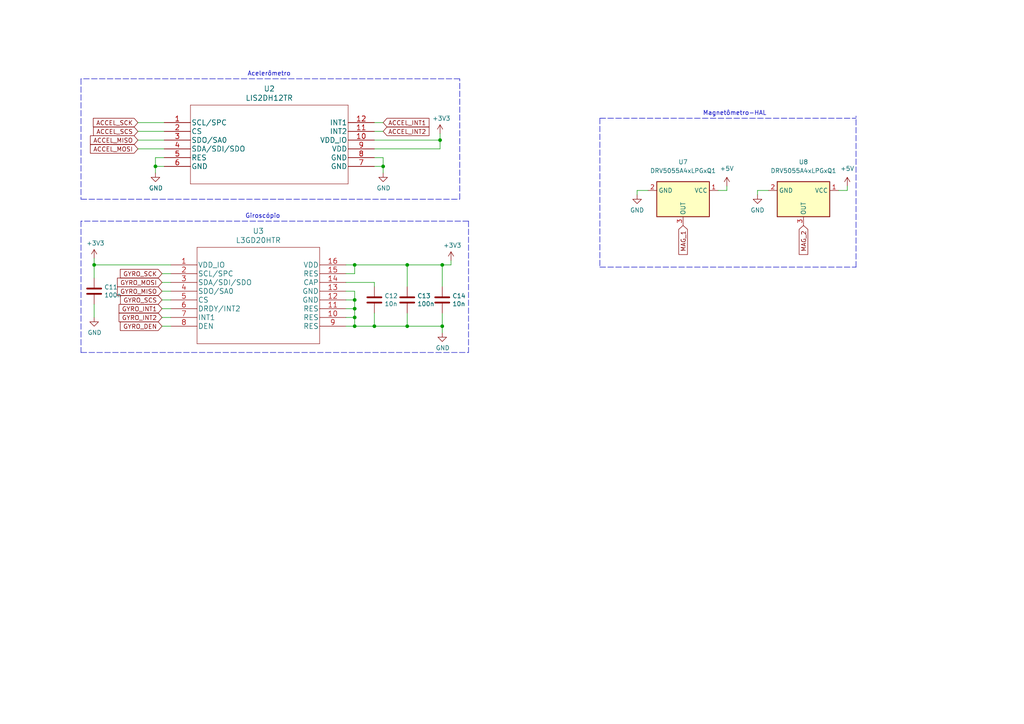
<source format=kicad_sch>
(kicad_sch (version 20211123) (generator eeschema)
  (paper "A4")
  (title_block (title "Sensors") (date "2021-10-13") (rev "1"))
  (lib_symbols
    (symbol "Device:C" (pin_numbers hide) (pin_names (offset 0.254))
      (property "Reference" "C" (at 0.635 2.54 0))
      (property "Value" "C" (at 0.635 -2.54 0))
      (symbol "C_0_1"
        (polyline (pts (xy -2.032 -0.762) (xy 2.032 -0.762)) (stroke (width 0.508)))
        (polyline (pts (xy -2.032 0.762) (xy 2.032 0.762)) (stroke (width 0.508)))
      )
      (symbol "C_1_1"
        (pin passive line (at 0 3.81 270) (length 2.794) (name "~") (number "1"))
        (pin passive line (at 0 -3.81 90) (length 2.794) (name "~") (number "2"))
      )
    )
    (symbol "Sensor_Magnetic:DRV5055A4xLPGxQ1"
      (property "Reference" "U" (at 5.08 12.7 0))
      (property "Value" "DRV5055A4xLPGxQ1" (at 7.62 10.16 0))
      (symbol "DRV5055A4xLPGxQ1_1_1"
        (rectangle (start -5.08 7.62) (end 5.08 -7.62) (stroke (width 0.254)) (fill (type background)))
        (pin power_in line (at -2.54 10.16 270) (length 2.54) (name "VCC") (number "1"))
        (pin power_in line (at -2.54 -10.16 90) (length 2.54) (name "GND") (number "2"))
        (pin output line (at 7.62 0 180) (length 2.54) (name "OUT") (number "3"))
      )
    )
    (symbol "accel:LIS2DH12TR" (pin_names (offset 0.254))
      (property "Reference" "U" (at 30.48 10.16 0))
      (property "Value" "LIS2DH12TR" (at 30.48 7.62 0))
      (symbol "LIS2DH12TR_1_1"
        (polyline (pts (xy 7.62 -17.78) (xy 53.34 -17.78)) (stroke (width 0.127)))
        (polyline (pts (xy 7.62 5.08) (xy 7.62 -17.78)) (stroke (width 0.127)))
        (polyline (pts (xy 53.34 -17.78) (xy 53.34 5.08)) (stroke (width 0.127)))
        (polyline (pts (xy 53.34 5.08) (xy 7.62 5.08)) (stroke (width 0.127)))
        (pin bidirectional line (at 0 0 0) (length 7.62) (name "SCL/SPC") (number "1"))
        (pin power_in line (at 60.96 -5.08 180) (length 7.62) (name "VDD_IO") (number "10"))
        (pin output line (at 60.96 -2.54 180) (length 7.62) (name "INT2") (number "11"))
        (pin output line (at 60.96 0 180) (length 7.62) (name "INT1") (number "12"))
        (pin bidirectional line (at 0 -2.54 0) (length 7.62) (name "CS") (number "2"))
        (pin bidirectional line (at 0 -5.08 0) (length 7.62) (name "SDO/SA0") (number "3"))
        (pin bidirectional line (at 0 -7.62 0) (length 7.62) (name "SDA/SDI/SDO") (number "4"))
        (pin power_in line (at 0 -10.16 0) (length 7.62) (name "RES") (number "5"))
        (pin power_in line (at 0 -12.7 0) (length 7.62) (name "GND") (number "6"))
        (pin power_in line (at 60.96 -12.7 180) (length 7.62) (name "GND") (number "7"))
        (pin power_in line (at 60.96 -10.16 180) (length 7.62) (name "GND") (number "8"))
        (pin power_in line (at 60.96 -7.62 180) (length 7.62) (name "VDD") (number "9"))
      )
    )
    (symbol "gyros:L3GD20HTR" (pin_names (offset 0.254))
      (property "Reference" "U" (at 25.4 10.16 0))
      (property "Value" "L3GD20HTR" (at 25.4 7.62 0))
      (symbol "L3GD20HTR_1_1"
        (polyline (pts (xy 7.62 -22.86) (xy 43.18 -22.86)) (stroke (width 0.127)))
        (polyline (pts (xy 7.62 5.08) (xy 7.62 -22.86)) (stroke (width 0.127)))
        (polyline (pts (xy 43.18 -22.86) (xy 43.18 5.08)) (stroke (width 0.127)))
        (polyline (pts (xy 43.18 5.08) (xy 7.62 5.08)) (stroke (width 0.127)))
        (pin power_in line (at 0 0 0) (length 7.62) (name "VDD_IO") (number "1"))
        (pin power_in line (at 50.8 -15.24 180) (length 7.62) (name "RES") (number "10"))
        (pin power_in line (at 50.8 -12.7 180) (length 7.62) (name "RES") (number "11"))
        (pin power_in line (at 50.8 -10.16 180) (length 7.62) (name "GND") (number "12"))
        (pin power_in line (at 50.8 -7.62 180) (length 7.62) (name "GND") (number "13"))
        (pin output line (at 50.8 -5.08 180) (length 7.62) (name "CAP") (number "14"))
        (pin power_in line (at 50.8 -2.54 180) (length 7.62) (name "RES") (number "15"))
        (pin power_in line (at 50.8 0 180) (length 7.62) (name "VDD") (number "16"))
        (pin input line (at 0 -2.54 0) (length 7.62) (name "SCL/SPC") (number "2"))
        (pin bidirectional line (at 0 -5.08 0) (length 7.62) (name "SDA/SDI/SDO") (number "3"))
        (pin output line (at 0 -7.62 0) (length 7.62) (name "SDO/SA0") (number "4"))
        (pin input line (at 0 -10.16 0) (length 7.62) (name "CS") (number "5"))
        (pin output line (at 0 -12.7 0) (length 7.62) (name "DRDY/INT2") (number "6"))
        (pin output line (at 0 -15.24 0) (length 7.62) (name "INT1") (number "7"))
        (pin input line (at 0 -17.78 0) (length 7.62) (name "DEN") (number "8"))
        (pin power_in line (at 50.8 -17.78 180) (length 7.62) (name "RES") (number "9"))
      )
    )
    (symbol "power:+3V3" (power) (pin_names (offset 0))
      (property "Value" "+3V3" (at 0 3.556 0))
      (symbol "+3V3_0_1"
        (polyline (pts (xy -0.762 1.27) (xy 0 2.54)))
        (polyline (pts (xy 0 0) (xy 0 2.54)))
        (polyline (pts (xy 0 2.54) (xy 0.762 1.27)))
      )
      (symbol "+3V3_1_1"
        (pin power_in line (at 0 0 90) (length 0) hide (name "+3V3") (number "1"))
      )
    )
    (symbol "power:+5V" (power) (pin_names (offset 0))
      (property "Value" "+5V" (at 0 3.556 0))
      (symbol "+5V_0_1"
        (polyline (pts (xy -0.762 1.27) (xy 0 2.54)))
        (polyline (pts (xy 0 0) (xy 0 2.54)))
        (polyline (pts (xy 0 2.54) (xy 0.762 1.27)))
      )
      (symbol "+5V_1_1"
        (pin power_in line (at 0 0 90) (length 0) hide (name "+5V") (number "1"))
      )
    )
    (symbol "power:GND" (power) (pin_names (offset 0))
      (property "Value" "GND" (at 0 -3.81 0))
      (symbol "GND_0_1"
        (polyline (pts (xy 0 0) (xy 0 -1.27) (xy 1.27 -1.27) (xy 0 -2.54) (xy -1.27 -1.27) (xy 0 -1.27)))
      )
      (symbol "GND_1_1"
        (pin power_in line (at 0 0 270) (length 0) hide (name "GND") (number "1"))
      )
    )
  )
  (junction (at 102.87 89.535))
  (junction (at 45.085 48.26))
  (junction (at 128.27 76.835))
  (junction (at 118.11 76.835))
  (junction (at 128.27 94.615))
  (junction (at 102.87 94.615))
  (junction (at 108.585 94.615))
  (junction (at 111.125 48.26))
  (junction (at 102.87 92.075))
  (junction (at 118.11 94.615))
  (junction (at 102.87 86.995))
  (junction (at 127.635 40.64))
  (junction (at 27.305 76.835))
  (junction (at 102.87 76.835))
  (wire (pts (xy 222.885 55.245) (xy 219.71 55.245)))
  (polyline (pts (xy 135.89 64.135) (xy 23.495 64.135)))
  (polyline (pts (xy 23.495 57.785) (xy 133.35 57.785)))
  (wire (pts (xy 46.99 84.455) (xy 49.53 84.455)))
  (wire (pts (xy 108.585 94.615) (xy 102.87 94.615)))
  (polyline (pts (xy 173.99 77.47) (xy 248.285 77.47)))
  (wire (pts (xy 111.125 45.72) (xy 111.125 48.26)))
  (wire (pts (xy 47.625 35.56) (xy 40.005 35.56)))
  (polyline (pts (xy 173.99 34.29) (xy 173.99 77.47)))
  (wire (pts (xy 46.99 92.075) (xy 49.53 92.075)))
  (wire (pts (xy 118.11 76.835) (xy 102.87 76.835)))
  (wire (pts (xy 47.625 48.26) (xy 45.085 48.26)))
  (polyline (pts (xy 173.99 34.29) (xy 248.285 34.29)))
  (wire (pts (xy 184.785 55.245) (xy 184.785 56.515)))
  (wire (pts (xy 219.71 55.245) (xy 219.71 56.515)))
  (wire (pts (xy 245.745 55.245) (xy 245.745 53.975)))
  (polyline (pts (xy 23.495 102.235) (xy 135.89 102.235)))
  (wire (pts (xy 108.585 40.64) (xy 127.635 40.64)))
  (wire (pts (xy 187.96 55.245) (xy 184.785 55.245)))
  (wire (pts (xy 108.585 81.915) (xy 108.585 83.185)))
  (wire (pts (xy 100.33 86.995) (xy 102.87 86.995)))
  (wire (pts (xy 108.585 48.26) (xy 111.125 48.26)))
  (wire (pts (xy 118.11 90.805) (xy 118.11 94.615)))
  (wire (pts (xy 102.87 84.455) (xy 102.87 86.995)))
  (wire (pts (xy 111.125 48.26) (xy 111.125 50.165)))
  (wire (pts (xy 46.99 79.375) (xy 49.53 79.375)))
  (wire (pts (xy 100.33 89.535) (xy 102.87 89.535)))
  (wire (pts (xy 243.205 55.245) (xy 245.745 55.245)))
  (polyline (pts (xy 133.35 57.785) (xy 133.35 22.86)))
  (wire (pts (xy 127.635 43.18) (xy 127.635 40.64)))
  (wire (pts (xy 100.33 79.375) (xy 102.87 79.375)))
  (wire (pts (xy 47.625 38.1) (xy 40.005 38.1)))
  (wire (pts (xy 47.625 45.72) (xy 45.085 45.72)))
  (wire (pts (xy 100.33 81.915) (xy 108.585 81.915)))
  (wire (pts (xy 100.33 84.455) (xy 102.87 84.455)))
  (wire (pts (xy 45.085 48.26) (xy 45.085 50.165)))
  (wire (pts (xy 27.305 76.835) (xy 27.305 80.645)))
  (wire (pts (xy 102.87 76.835) (xy 100.33 76.835)))
  (wire (pts (xy 45.085 45.72) (xy 45.085 48.26)))
  (wire (pts (xy 102.87 92.075) (xy 102.87 94.615)))
  (wire (pts (xy 108.585 43.18) (xy 127.635 43.18)))
  (wire (pts (xy 128.27 94.615) (xy 128.27 96.52)))
  (wire (pts (xy 111.125 38.1) (xy 108.585 38.1)))
  (wire (pts (xy 128.27 94.615) (xy 118.11 94.615)))
  (wire (pts (xy 47.625 43.18) (xy 40.005 43.18)))
  (polyline (pts (xy 135.89 64.135) (xy 135.89 102.235)))
  (wire (pts (xy 102.87 86.995) (xy 102.87 89.535)))
  (wire (pts (xy 27.305 74.93) (xy 27.305 76.835)))
  (wire (pts (xy 102.87 89.535) (xy 102.87 92.075)))
  (wire (pts (xy 130.81 75.565) (xy 130.81 76.835)))
  (wire (pts (xy 208.28 55.245) (xy 210.82 55.245)))
  (wire (pts (xy 100.33 92.075) (xy 102.87 92.075)))
  (wire (pts (xy 46.99 89.535) (xy 49.53 89.535)))
  (wire (pts (xy 100.33 94.615) (xy 102.87 94.615)))
  (wire (pts (xy 108.585 45.72) (xy 111.125 45.72)))
  (wire (pts (xy 127.635 38.735) (xy 127.635 40.64)))
  (wire (pts (xy 46.99 81.915) (xy 49.53 81.915)))
  (polyline (pts (xy 23.495 22.86) (xy 23.495 57.785)))
  (wire (pts (xy 46.99 94.615) (xy 49.53 94.615)))
  (wire (pts (xy 210.82 55.245) (xy 210.82 53.975)))
  (wire (pts (xy 118.11 94.615) (xy 108.585 94.615)))
  (wire (pts (xy 111.125 35.56) (xy 108.585 35.56)))
  (wire (pts (xy 118.11 76.835) (xy 118.11 83.185)))
  (wire (pts (xy 46.99 86.995) (xy 49.53 86.995)))
  (polyline (pts (xy 133.35 22.86) (xy 23.495 22.86)))
  (wire (pts (xy 128.27 83.185) (xy 128.27 76.835)))
  (wire (pts (xy 118.11 76.835) (xy 128.27 76.835)))
  (wire (pts (xy 108.585 90.805) (xy 108.585 94.615)))
  (polyline (pts (xy 23.495 64.135) (xy 23.495 102.235)))
  (wire (pts (xy 27.305 76.835) (xy 49.53 76.835)))
  (wire (pts (xy 128.27 90.805) (xy 128.27 94.615)))
  (wire (pts (xy 27.305 92.075) (xy 27.305 88.265)))
  (polyline (pts (xy 248.285 77.47) (xy 248.285 33.655)))
  (wire (pts (xy 47.625 40.64) (xy 40.005 40.64)))
  (wire (pts (xy 128.27 76.835) (xy 130.81 76.835)))
  (wire (pts (xy 102.87 79.375) (xy 102.87 76.835)))
  (text "Magnetômetro-HAL" (at 203.835 33.655 0) (effects (font (size 1.27 1.27)) (justify left bottom)))
  (text "Acelerômetro" (at 71.755 22.225 0) (effects (font (size 1.27 1.27)) (justify left bottom)))
  (text "Giroscópio" (at 71.12 63.5 0) (effects (font (size 1.27 1.27)) (justify left bottom)))
  (global_label "GYRO_SCS" (shape input) (at 46.99 86.995 180) (property "Intersheet References" "${INTERSHEET_REFS}" (effects hide)))
  (global_label "ACCEL_SCK" (shape input) (at 40.005 35.56 180) (property "Intersheet References" "${INTERSHEET_REFS}" (effects hide)))
  (global_label "ACCEL_MISO" (shape input) (at 40.005 40.64 180) (property "Intersheet References" "${INTERSHEET_REFS}" (effects hide)))
  (global_label "ACCEL_MOSI" (shape input) (at 40.005 43.18 180) (property "Intersheet References" "${INTERSHEET_REFS}" (effects hide)))
  (global_label "ACCEL_INT2" (shape input) (at 111.125 38.1 0) (property "Intersheet References" "${INTERSHEET_REFS}" (effects hide)))
  (global_label "ACCEL_INT1" (shape input) (at 111.125 35.56 0) (property "Intersheet References" "${INTERSHEET_REFS}" (effects hide)))
  (global_label "MAG_2" (shape input) (at 233.045 65.405 270) (property "Intersheet References" "${INTERSHEET_REFS}" (effects hide)))
  (global_label "GYRO_MOSI" (shape input) (at 46.99 81.915 180) (property "Intersheet References" "${INTERSHEET_REFS}" (effects hide)))
  (global_label "ACCEL_SCS" (shape input) (at 40.005 38.1 180) (property "Intersheet References" "${INTERSHEET_REFS}" (effects hide)))
  (global_label "GYRO_INT2" (shape input) (at 46.99 92.075 180) (property "Intersheet References" "${INTERSHEET_REFS}" (effects hide)))
  (global_label "GYRO_SCK" (shape input) (at 46.99 79.375 180) (property "Intersheet References" "${INTERSHEET_REFS}" (effects hide)))
  (global_label "GYRO_MISO" (shape input) (at 46.99 84.455 180) (property "Intersheet References" "${INTERSHEET_REFS}" (effects hide)))
  (global_label "MAG_1" (shape input) (at 198.12 65.405 270) (property "Intersheet References" "${INTERSHEET_REFS}" (effects hide)))
  (global_label "GYRO_DEN" (shape input) (at 46.99 94.615 180) (property "Intersheet References" "${INTERSHEET_REFS}" (effects hide)))
  (global_label "GYRO_INT1" (shape input) (at 46.99 89.535 180) (property "Intersheet References" "${INTERSHEET_REFS}" (effects hide)))
  (symbol (lib_id "power:GND") (at 111.125 50.165 0) (unit 1)
    (property "Reference" "#PWR0101" (effects hide))
    (property "Value" "GND" (at 111.252 54.5592 0))
  )
  (symbol (lib_id "power:GND") (at 45.085 50.165 0) (unit 1)
    (property "Reference" "#PWR0110" (effects hide))
    (property "Value" "GND" (at 45.212 54.5592 0))
  )
  (symbol (lib_id "power:+3V3") (at 127.635 38.735 0) (unit 1)
    (property "Reference" "#PWR0115" (effects hide))
    (property "Value" "+3V3" (at 128.016 34.3408 0))
  )
  (symbol (lib_id "accel:LIS2DH12TR") (at 47.625 35.56 0) (unit 1)
    (property "Reference" "U2" (at 78.105 25.7302 0) (effects (font (size 1.524 1.524))))
    (property "Value" "LIS2DH12TR" (at 78.105 28.4226 0) (effects (font (size 1.524 1.524))))
    (property "Footprint" "magnetorque_lib:LIS2DH12TR" (effects hide))
  )
  (symbol (lib_id "gyros:L3GD20HTR") (at 49.53 76.835 0) (unit 1)
    (property "Reference" "U3" (at 74.93 67.0052 0) (effects (font (size 1.524 1.524))))
    (property "Value" "L3GD20HTR" (at 74.93 69.6976 0) (effects (font (size 1.524 1.524))))
    (property "Footprint" "magnetorque_lib:L3GD20HTR" (effects hide))
  )
  (symbol (lib_id "Device:C") (at 108.585 86.995 0) (unit 1)
    (property "Reference" "C12" (at 111.506 85.8266 0) (effects (justify left)))
    (property "Value" "10n" (at 111.506 88.138 0) (effects (justify left)))
    (property "Footprint" "Capacitor_SMD:C_0805_2012Metric" (effects hide))
  )
  (symbol (lib_id "Device:C") (at 27.305 84.455 0) (unit 1)
    (property "Reference" "C11" (at 30.226 83.2866 0) (effects (justify left)))
    (property "Value" "100n" (at 30.226 85.598 0) (effects (justify left)))
    (property "Footprint" "Capacitor_SMD:C_0805_2012Metric" (effects hide))
  )
  (symbol (lib_id "power:GND") (at 27.305 92.075 0) (unit 1)
    (property "Reference" "#PWR0116" (effects hide))
    (property "Value" "GND" (at 27.432 96.4692 0))
  )
  (symbol (lib_id "power:+3V3") (at 27.305 74.93 0) (unit 1)
    (property "Reference" "#PWR0117" (effects hide))
    (property "Value" "+3V3" (at 27.686 70.5358 0))
  )
  (symbol (lib_id "Device:C") (at 118.11 86.995 0) (unit 1)
    (property "Reference" "C13" (at 121.031 85.8266 0) (effects (justify left)))
    (property "Value" "100n" (at 121.031 88.138 0) (effects (justify left)))
    (property "Footprint" "Capacitor_SMD:C_0805_2012Metric" (effects hide))
  )
  (symbol (lib_id "power:GND") (at 128.27 96.52 0) (unit 1)
    (property "Reference" "#PWR0118" (effects hide))
    (property "Value" "GND" (at 128.397 100.9142 0))
  )
  (symbol (lib_id "power:+3V3") (at 130.81 75.565 0) (unit 1)
    (property "Reference" "#PWR0119" (effects hide))
    (property "Value" "+3V3" (at 131.191 71.1708 0))
  )
  (symbol (lib_id "Device:C") (at 128.27 86.995 0) (unit 1)
    (property "Reference" "C14" (at 131.191 85.8266 0) (effects (justify left)))
    (property "Value" "10n" (at 131.191 88.138 0) (effects (justify left)))
    (property "Footprint" "Capacitor_SMD:C_0805_2012Metric" (effects hide))
  )
  (symbol (lib_id "Sensor_Magnetic:DRV5055A4xLPGxQ1") (at 233.045 57.785 270) (unit 1)
    (property "Reference" "U8" (at 233.045 46.99 90))
    (property "Value" "DRV5055A4xLPGxQ1" (at 233.045 49.53 90))
    (property "Footprint" "Package_TO_SOT_THT:TO-92_Inline" (effects hide))
    (property "Datasheet" "https://www.ti.com/lit/ds/symlink/drv5055-q1.pdf" (effects hide))
  )
  (symbol (lib_id "Sensor_Magnetic:DRV5055A4xLPGxQ1") (at 198.12 57.785 270) (unit 1)
    (property "Reference" "U7" (at 198.12 46.99 90))
    (property "Value" "DRV5055A4xLPGxQ1" (at 198.12 49.53 90))
    (property "Footprint" "Package_TO_SOT_THT:TO-92_Inline" (effects hide))
    (property "Datasheet" "https://www.ti.com/lit/ds/symlink/drv5055-q1.pdf" (effects hide))
  )
  (symbol (lib_id "power:GND") (at 184.785 56.515 0) (unit 1)
    (property "Reference" "#PWR0137" (effects hide))
    (property "Value" "GND" (at 184.785 60.96 0))
  )
  (symbol (lib_id "power:+5V") (at 210.82 53.975 0) (unit 1)
    (property "Reference" "#PWR0136" (effects hide))
    (property "Value" "+5V" (at 210.82 48.895 0))
  )
  (symbol (lib_id "power:GND") (at 219.71 56.515 0) (unit 1)
    (property "Reference" "#PWR0138" (effects hide))
    (property "Value" "GND" (at 219.71 60.96 0))
  )
  (symbol (lib_id "power:+5V") (at 245.745 53.975 0) (unit 1)
    (property "Reference" "#PWR0140" (effects hide))
    (property "Value" "+5V" (at 245.745 48.895 0))
  )
)
</source>
